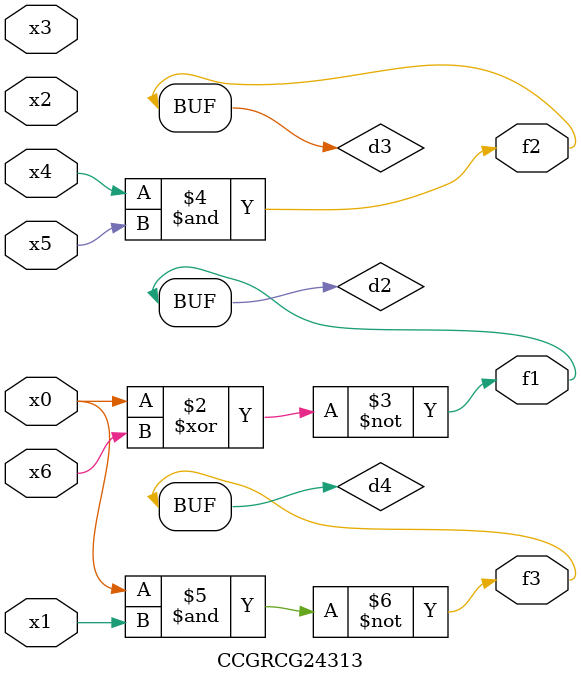
<source format=v>
module CCGRCG24313(
	input x0, x1, x2, x3, x4, x5, x6,
	output f1, f2, f3
);

	wire d1, d2, d3, d4;

	nor (d1, x0);
	xnor (d2, x0, x6);
	and (d3, x4, x5);
	nand (d4, x0, x1);
	assign f1 = d2;
	assign f2 = d3;
	assign f3 = d4;
endmodule

</source>
